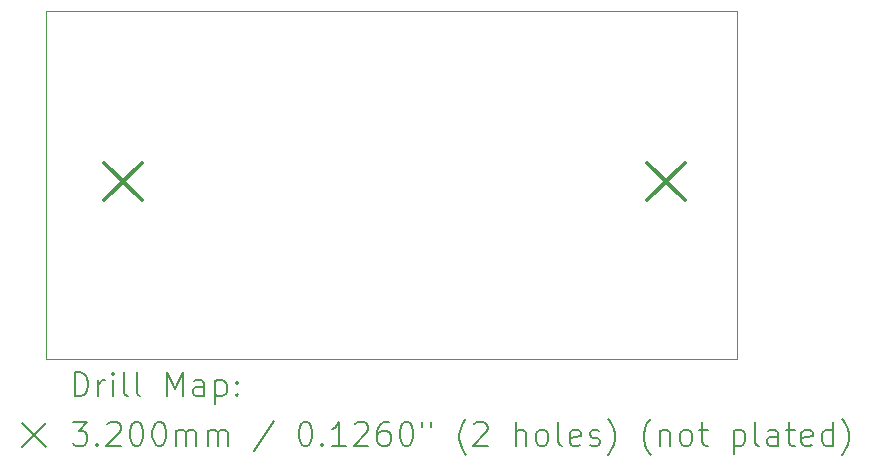
<source format=gbr>
%TF.GenerationSoftware,KiCad,Pcbnew,7.0.2*%
%TF.CreationDate,2023-12-10T20:37:31+01:00*%
%TF.ProjectId,Choinka_EE,43686f69-6e6b-4615-9f45-452e6b696361,rev?*%
%TF.SameCoordinates,Original*%
%TF.FileFunction,Drillmap*%
%TF.FilePolarity,Positive*%
%FSLAX45Y45*%
G04 Gerber Fmt 4.5, Leading zero omitted, Abs format (unit mm)*
G04 Created by KiCad (PCBNEW 7.0.2) date 2023-12-10 20:37:31*
%MOMM*%
%LPD*%
G01*
G04 APERTURE LIST*
%ADD10C,0.100000*%
%ADD11C,0.200000*%
%ADD12C,0.320000*%
G04 APERTURE END LIST*
D10*
X7700000Y-10260000D02*
X13550000Y-10260000D01*
X13550000Y-13200000D01*
X7700000Y-13200000D01*
X7700000Y-10260000D01*
D11*
D12*
X8190000Y-11540000D02*
X8510000Y-11860000D01*
X8510000Y-11540000D02*
X8190000Y-11860000D01*
X12790000Y-11540000D02*
X13110000Y-11860000D01*
X13110000Y-11540000D02*
X12790000Y-11860000D01*
D11*
X7942619Y-13517524D02*
X7942619Y-13317524D01*
X7942619Y-13317524D02*
X7990238Y-13317524D01*
X7990238Y-13317524D02*
X8018809Y-13327048D01*
X8018809Y-13327048D02*
X8037857Y-13346095D01*
X8037857Y-13346095D02*
X8047381Y-13365143D01*
X8047381Y-13365143D02*
X8056905Y-13403238D01*
X8056905Y-13403238D02*
X8056905Y-13431809D01*
X8056905Y-13431809D02*
X8047381Y-13469905D01*
X8047381Y-13469905D02*
X8037857Y-13488952D01*
X8037857Y-13488952D02*
X8018809Y-13508000D01*
X8018809Y-13508000D02*
X7990238Y-13517524D01*
X7990238Y-13517524D02*
X7942619Y-13517524D01*
X8142619Y-13517524D02*
X8142619Y-13384190D01*
X8142619Y-13422286D02*
X8152143Y-13403238D01*
X8152143Y-13403238D02*
X8161667Y-13393714D01*
X8161667Y-13393714D02*
X8180714Y-13384190D01*
X8180714Y-13384190D02*
X8199762Y-13384190D01*
X8266428Y-13517524D02*
X8266428Y-13384190D01*
X8266428Y-13317524D02*
X8256905Y-13327048D01*
X8256905Y-13327048D02*
X8266428Y-13336571D01*
X8266428Y-13336571D02*
X8275952Y-13327048D01*
X8275952Y-13327048D02*
X8266428Y-13317524D01*
X8266428Y-13317524D02*
X8266428Y-13336571D01*
X8390238Y-13517524D02*
X8371190Y-13508000D01*
X8371190Y-13508000D02*
X8361667Y-13488952D01*
X8361667Y-13488952D02*
X8361667Y-13317524D01*
X8495000Y-13517524D02*
X8475952Y-13508000D01*
X8475952Y-13508000D02*
X8466429Y-13488952D01*
X8466429Y-13488952D02*
X8466429Y-13317524D01*
X8723571Y-13517524D02*
X8723571Y-13317524D01*
X8723571Y-13317524D02*
X8790238Y-13460381D01*
X8790238Y-13460381D02*
X8856905Y-13317524D01*
X8856905Y-13317524D02*
X8856905Y-13517524D01*
X9037857Y-13517524D02*
X9037857Y-13412762D01*
X9037857Y-13412762D02*
X9028333Y-13393714D01*
X9028333Y-13393714D02*
X9009286Y-13384190D01*
X9009286Y-13384190D02*
X8971190Y-13384190D01*
X8971190Y-13384190D02*
X8952143Y-13393714D01*
X9037857Y-13508000D02*
X9018810Y-13517524D01*
X9018810Y-13517524D02*
X8971190Y-13517524D01*
X8971190Y-13517524D02*
X8952143Y-13508000D01*
X8952143Y-13508000D02*
X8942619Y-13488952D01*
X8942619Y-13488952D02*
X8942619Y-13469905D01*
X8942619Y-13469905D02*
X8952143Y-13450857D01*
X8952143Y-13450857D02*
X8971190Y-13441333D01*
X8971190Y-13441333D02*
X9018810Y-13441333D01*
X9018810Y-13441333D02*
X9037857Y-13431809D01*
X9133095Y-13384190D02*
X9133095Y-13584190D01*
X9133095Y-13393714D02*
X9152143Y-13384190D01*
X9152143Y-13384190D02*
X9190238Y-13384190D01*
X9190238Y-13384190D02*
X9209286Y-13393714D01*
X9209286Y-13393714D02*
X9218810Y-13403238D01*
X9218810Y-13403238D02*
X9228333Y-13422286D01*
X9228333Y-13422286D02*
X9228333Y-13479428D01*
X9228333Y-13479428D02*
X9218810Y-13498476D01*
X9218810Y-13498476D02*
X9209286Y-13508000D01*
X9209286Y-13508000D02*
X9190238Y-13517524D01*
X9190238Y-13517524D02*
X9152143Y-13517524D01*
X9152143Y-13517524D02*
X9133095Y-13508000D01*
X9314048Y-13498476D02*
X9323571Y-13508000D01*
X9323571Y-13508000D02*
X9314048Y-13517524D01*
X9314048Y-13517524D02*
X9304524Y-13508000D01*
X9304524Y-13508000D02*
X9314048Y-13498476D01*
X9314048Y-13498476D02*
X9314048Y-13517524D01*
X9314048Y-13393714D02*
X9323571Y-13403238D01*
X9323571Y-13403238D02*
X9314048Y-13412762D01*
X9314048Y-13412762D02*
X9304524Y-13403238D01*
X9304524Y-13403238D02*
X9314048Y-13393714D01*
X9314048Y-13393714D02*
X9314048Y-13412762D01*
X7495000Y-13745000D02*
X7695000Y-13945000D01*
X7695000Y-13745000D02*
X7495000Y-13945000D01*
X7923571Y-13737524D02*
X8047381Y-13737524D01*
X8047381Y-13737524D02*
X7980714Y-13813714D01*
X7980714Y-13813714D02*
X8009286Y-13813714D01*
X8009286Y-13813714D02*
X8028333Y-13823238D01*
X8028333Y-13823238D02*
X8037857Y-13832762D01*
X8037857Y-13832762D02*
X8047381Y-13851809D01*
X8047381Y-13851809D02*
X8047381Y-13899428D01*
X8047381Y-13899428D02*
X8037857Y-13918476D01*
X8037857Y-13918476D02*
X8028333Y-13928000D01*
X8028333Y-13928000D02*
X8009286Y-13937524D01*
X8009286Y-13937524D02*
X7952143Y-13937524D01*
X7952143Y-13937524D02*
X7933095Y-13928000D01*
X7933095Y-13928000D02*
X7923571Y-13918476D01*
X8133095Y-13918476D02*
X8142619Y-13928000D01*
X8142619Y-13928000D02*
X8133095Y-13937524D01*
X8133095Y-13937524D02*
X8123571Y-13928000D01*
X8123571Y-13928000D02*
X8133095Y-13918476D01*
X8133095Y-13918476D02*
X8133095Y-13937524D01*
X8218809Y-13756571D02*
X8228333Y-13747048D01*
X8228333Y-13747048D02*
X8247381Y-13737524D01*
X8247381Y-13737524D02*
X8295000Y-13737524D01*
X8295000Y-13737524D02*
X8314048Y-13747048D01*
X8314048Y-13747048D02*
X8323571Y-13756571D01*
X8323571Y-13756571D02*
X8333095Y-13775619D01*
X8333095Y-13775619D02*
X8333095Y-13794667D01*
X8333095Y-13794667D02*
X8323571Y-13823238D01*
X8323571Y-13823238D02*
X8209286Y-13937524D01*
X8209286Y-13937524D02*
X8333095Y-13937524D01*
X8456905Y-13737524D02*
X8475952Y-13737524D01*
X8475952Y-13737524D02*
X8495000Y-13747048D01*
X8495000Y-13747048D02*
X8504524Y-13756571D01*
X8504524Y-13756571D02*
X8514048Y-13775619D01*
X8514048Y-13775619D02*
X8523571Y-13813714D01*
X8523571Y-13813714D02*
X8523571Y-13861333D01*
X8523571Y-13861333D02*
X8514048Y-13899428D01*
X8514048Y-13899428D02*
X8504524Y-13918476D01*
X8504524Y-13918476D02*
X8495000Y-13928000D01*
X8495000Y-13928000D02*
X8475952Y-13937524D01*
X8475952Y-13937524D02*
X8456905Y-13937524D01*
X8456905Y-13937524D02*
X8437857Y-13928000D01*
X8437857Y-13928000D02*
X8428333Y-13918476D01*
X8428333Y-13918476D02*
X8418810Y-13899428D01*
X8418810Y-13899428D02*
X8409286Y-13861333D01*
X8409286Y-13861333D02*
X8409286Y-13813714D01*
X8409286Y-13813714D02*
X8418810Y-13775619D01*
X8418810Y-13775619D02*
X8428333Y-13756571D01*
X8428333Y-13756571D02*
X8437857Y-13747048D01*
X8437857Y-13747048D02*
X8456905Y-13737524D01*
X8647381Y-13737524D02*
X8666429Y-13737524D01*
X8666429Y-13737524D02*
X8685476Y-13747048D01*
X8685476Y-13747048D02*
X8695000Y-13756571D01*
X8695000Y-13756571D02*
X8704524Y-13775619D01*
X8704524Y-13775619D02*
X8714048Y-13813714D01*
X8714048Y-13813714D02*
X8714048Y-13861333D01*
X8714048Y-13861333D02*
X8704524Y-13899428D01*
X8704524Y-13899428D02*
X8695000Y-13918476D01*
X8695000Y-13918476D02*
X8685476Y-13928000D01*
X8685476Y-13928000D02*
X8666429Y-13937524D01*
X8666429Y-13937524D02*
X8647381Y-13937524D01*
X8647381Y-13937524D02*
X8628333Y-13928000D01*
X8628333Y-13928000D02*
X8618810Y-13918476D01*
X8618810Y-13918476D02*
X8609286Y-13899428D01*
X8609286Y-13899428D02*
X8599762Y-13861333D01*
X8599762Y-13861333D02*
X8599762Y-13813714D01*
X8599762Y-13813714D02*
X8609286Y-13775619D01*
X8609286Y-13775619D02*
X8618810Y-13756571D01*
X8618810Y-13756571D02*
X8628333Y-13747048D01*
X8628333Y-13747048D02*
X8647381Y-13737524D01*
X8799762Y-13937524D02*
X8799762Y-13804190D01*
X8799762Y-13823238D02*
X8809286Y-13813714D01*
X8809286Y-13813714D02*
X8828333Y-13804190D01*
X8828333Y-13804190D02*
X8856905Y-13804190D01*
X8856905Y-13804190D02*
X8875952Y-13813714D01*
X8875952Y-13813714D02*
X8885476Y-13832762D01*
X8885476Y-13832762D02*
X8885476Y-13937524D01*
X8885476Y-13832762D02*
X8895000Y-13813714D01*
X8895000Y-13813714D02*
X8914048Y-13804190D01*
X8914048Y-13804190D02*
X8942619Y-13804190D01*
X8942619Y-13804190D02*
X8961667Y-13813714D01*
X8961667Y-13813714D02*
X8971191Y-13832762D01*
X8971191Y-13832762D02*
X8971191Y-13937524D01*
X9066429Y-13937524D02*
X9066429Y-13804190D01*
X9066429Y-13823238D02*
X9075952Y-13813714D01*
X9075952Y-13813714D02*
X9095000Y-13804190D01*
X9095000Y-13804190D02*
X9123572Y-13804190D01*
X9123572Y-13804190D02*
X9142619Y-13813714D01*
X9142619Y-13813714D02*
X9152143Y-13832762D01*
X9152143Y-13832762D02*
X9152143Y-13937524D01*
X9152143Y-13832762D02*
X9161667Y-13813714D01*
X9161667Y-13813714D02*
X9180714Y-13804190D01*
X9180714Y-13804190D02*
X9209286Y-13804190D01*
X9209286Y-13804190D02*
X9228333Y-13813714D01*
X9228333Y-13813714D02*
X9237857Y-13832762D01*
X9237857Y-13832762D02*
X9237857Y-13937524D01*
X9628333Y-13728000D02*
X9456905Y-13985143D01*
X9885476Y-13737524D02*
X9904524Y-13737524D01*
X9904524Y-13737524D02*
X9923572Y-13747048D01*
X9923572Y-13747048D02*
X9933095Y-13756571D01*
X9933095Y-13756571D02*
X9942619Y-13775619D01*
X9942619Y-13775619D02*
X9952143Y-13813714D01*
X9952143Y-13813714D02*
X9952143Y-13861333D01*
X9952143Y-13861333D02*
X9942619Y-13899428D01*
X9942619Y-13899428D02*
X9933095Y-13918476D01*
X9933095Y-13918476D02*
X9923572Y-13928000D01*
X9923572Y-13928000D02*
X9904524Y-13937524D01*
X9904524Y-13937524D02*
X9885476Y-13937524D01*
X9885476Y-13937524D02*
X9866429Y-13928000D01*
X9866429Y-13928000D02*
X9856905Y-13918476D01*
X9856905Y-13918476D02*
X9847381Y-13899428D01*
X9847381Y-13899428D02*
X9837857Y-13861333D01*
X9837857Y-13861333D02*
X9837857Y-13813714D01*
X9837857Y-13813714D02*
X9847381Y-13775619D01*
X9847381Y-13775619D02*
X9856905Y-13756571D01*
X9856905Y-13756571D02*
X9866429Y-13747048D01*
X9866429Y-13747048D02*
X9885476Y-13737524D01*
X10037857Y-13918476D02*
X10047381Y-13928000D01*
X10047381Y-13928000D02*
X10037857Y-13937524D01*
X10037857Y-13937524D02*
X10028334Y-13928000D01*
X10028334Y-13928000D02*
X10037857Y-13918476D01*
X10037857Y-13918476D02*
X10037857Y-13937524D01*
X10237857Y-13937524D02*
X10123572Y-13937524D01*
X10180714Y-13937524D02*
X10180714Y-13737524D01*
X10180714Y-13737524D02*
X10161667Y-13766095D01*
X10161667Y-13766095D02*
X10142619Y-13785143D01*
X10142619Y-13785143D02*
X10123572Y-13794667D01*
X10314048Y-13756571D02*
X10323572Y-13747048D01*
X10323572Y-13747048D02*
X10342619Y-13737524D01*
X10342619Y-13737524D02*
X10390238Y-13737524D01*
X10390238Y-13737524D02*
X10409286Y-13747048D01*
X10409286Y-13747048D02*
X10418810Y-13756571D01*
X10418810Y-13756571D02*
X10428334Y-13775619D01*
X10428334Y-13775619D02*
X10428334Y-13794667D01*
X10428334Y-13794667D02*
X10418810Y-13823238D01*
X10418810Y-13823238D02*
X10304524Y-13937524D01*
X10304524Y-13937524D02*
X10428334Y-13937524D01*
X10599762Y-13737524D02*
X10561667Y-13737524D01*
X10561667Y-13737524D02*
X10542619Y-13747048D01*
X10542619Y-13747048D02*
X10533095Y-13756571D01*
X10533095Y-13756571D02*
X10514048Y-13785143D01*
X10514048Y-13785143D02*
X10504524Y-13823238D01*
X10504524Y-13823238D02*
X10504524Y-13899428D01*
X10504524Y-13899428D02*
X10514048Y-13918476D01*
X10514048Y-13918476D02*
X10523572Y-13928000D01*
X10523572Y-13928000D02*
X10542619Y-13937524D01*
X10542619Y-13937524D02*
X10580715Y-13937524D01*
X10580715Y-13937524D02*
X10599762Y-13928000D01*
X10599762Y-13928000D02*
X10609286Y-13918476D01*
X10609286Y-13918476D02*
X10618810Y-13899428D01*
X10618810Y-13899428D02*
X10618810Y-13851809D01*
X10618810Y-13851809D02*
X10609286Y-13832762D01*
X10609286Y-13832762D02*
X10599762Y-13823238D01*
X10599762Y-13823238D02*
X10580715Y-13813714D01*
X10580715Y-13813714D02*
X10542619Y-13813714D01*
X10542619Y-13813714D02*
X10523572Y-13823238D01*
X10523572Y-13823238D02*
X10514048Y-13832762D01*
X10514048Y-13832762D02*
X10504524Y-13851809D01*
X10742619Y-13737524D02*
X10761667Y-13737524D01*
X10761667Y-13737524D02*
X10780715Y-13747048D01*
X10780715Y-13747048D02*
X10790238Y-13756571D01*
X10790238Y-13756571D02*
X10799762Y-13775619D01*
X10799762Y-13775619D02*
X10809286Y-13813714D01*
X10809286Y-13813714D02*
X10809286Y-13861333D01*
X10809286Y-13861333D02*
X10799762Y-13899428D01*
X10799762Y-13899428D02*
X10790238Y-13918476D01*
X10790238Y-13918476D02*
X10780715Y-13928000D01*
X10780715Y-13928000D02*
X10761667Y-13937524D01*
X10761667Y-13937524D02*
X10742619Y-13937524D01*
X10742619Y-13937524D02*
X10723572Y-13928000D01*
X10723572Y-13928000D02*
X10714048Y-13918476D01*
X10714048Y-13918476D02*
X10704524Y-13899428D01*
X10704524Y-13899428D02*
X10695000Y-13861333D01*
X10695000Y-13861333D02*
X10695000Y-13813714D01*
X10695000Y-13813714D02*
X10704524Y-13775619D01*
X10704524Y-13775619D02*
X10714048Y-13756571D01*
X10714048Y-13756571D02*
X10723572Y-13747048D01*
X10723572Y-13747048D02*
X10742619Y-13737524D01*
X10885476Y-13737524D02*
X10885476Y-13775619D01*
X10961667Y-13737524D02*
X10961667Y-13775619D01*
X11256905Y-14013714D02*
X11247381Y-14004190D01*
X11247381Y-14004190D02*
X11228334Y-13975619D01*
X11228334Y-13975619D02*
X11218810Y-13956571D01*
X11218810Y-13956571D02*
X11209286Y-13928000D01*
X11209286Y-13928000D02*
X11199762Y-13880381D01*
X11199762Y-13880381D02*
X11199762Y-13842286D01*
X11199762Y-13842286D02*
X11209286Y-13794667D01*
X11209286Y-13794667D02*
X11218810Y-13766095D01*
X11218810Y-13766095D02*
X11228334Y-13747048D01*
X11228334Y-13747048D02*
X11247381Y-13718476D01*
X11247381Y-13718476D02*
X11256905Y-13708952D01*
X11323572Y-13756571D02*
X11333095Y-13747048D01*
X11333095Y-13747048D02*
X11352143Y-13737524D01*
X11352143Y-13737524D02*
X11399762Y-13737524D01*
X11399762Y-13737524D02*
X11418810Y-13747048D01*
X11418810Y-13747048D02*
X11428334Y-13756571D01*
X11428334Y-13756571D02*
X11437857Y-13775619D01*
X11437857Y-13775619D02*
X11437857Y-13794667D01*
X11437857Y-13794667D02*
X11428334Y-13823238D01*
X11428334Y-13823238D02*
X11314048Y-13937524D01*
X11314048Y-13937524D02*
X11437857Y-13937524D01*
X11675953Y-13937524D02*
X11675953Y-13737524D01*
X11761667Y-13937524D02*
X11761667Y-13832762D01*
X11761667Y-13832762D02*
X11752143Y-13813714D01*
X11752143Y-13813714D02*
X11733096Y-13804190D01*
X11733096Y-13804190D02*
X11704524Y-13804190D01*
X11704524Y-13804190D02*
X11685476Y-13813714D01*
X11685476Y-13813714D02*
X11675953Y-13823238D01*
X11885476Y-13937524D02*
X11866429Y-13928000D01*
X11866429Y-13928000D02*
X11856905Y-13918476D01*
X11856905Y-13918476D02*
X11847381Y-13899428D01*
X11847381Y-13899428D02*
X11847381Y-13842286D01*
X11847381Y-13842286D02*
X11856905Y-13823238D01*
X11856905Y-13823238D02*
X11866429Y-13813714D01*
X11866429Y-13813714D02*
X11885476Y-13804190D01*
X11885476Y-13804190D02*
X11914048Y-13804190D01*
X11914048Y-13804190D02*
X11933096Y-13813714D01*
X11933096Y-13813714D02*
X11942619Y-13823238D01*
X11942619Y-13823238D02*
X11952143Y-13842286D01*
X11952143Y-13842286D02*
X11952143Y-13899428D01*
X11952143Y-13899428D02*
X11942619Y-13918476D01*
X11942619Y-13918476D02*
X11933096Y-13928000D01*
X11933096Y-13928000D02*
X11914048Y-13937524D01*
X11914048Y-13937524D02*
X11885476Y-13937524D01*
X12066429Y-13937524D02*
X12047381Y-13928000D01*
X12047381Y-13928000D02*
X12037857Y-13908952D01*
X12037857Y-13908952D02*
X12037857Y-13737524D01*
X12218810Y-13928000D02*
X12199762Y-13937524D01*
X12199762Y-13937524D02*
X12161667Y-13937524D01*
X12161667Y-13937524D02*
X12142619Y-13928000D01*
X12142619Y-13928000D02*
X12133096Y-13908952D01*
X12133096Y-13908952D02*
X12133096Y-13832762D01*
X12133096Y-13832762D02*
X12142619Y-13813714D01*
X12142619Y-13813714D02*
X12161667Y-13804190D01*
X12161667Y-13804190D02*
X12199762Y-13804190D01*
X12199762Y-13804190D02*
X12218810Y-13813714D01*
X12218810Y-13813714D02*
X12228334Y-13832762D01*
X12228334Y-13832762D02*
X12228334Y-13851809D01*
X12228334Y-13851809D02*
X12133096Y-13870857D01*
X12304524Y-13928000D02*
X12323572Y-13937524D01*
X12323572Y-13937524D02*
X12361667Y-13937524D01*
X12361667Y-13937524D02*
X12380715Y-13928000D01*
X12380715Y-13928000D02*
X12390238Y-13908952D01*
X12390238Y-13908952D02*
X12390238Y-13899428D01*
X12390238Y-13899428D02*
X12380715Y-13880381D01*
X12380715Y-13880381D02*
X12361667Y-13870857D01*
X12361667Y-13870857D02*
X12333096Y-13870857D01*
X12333096Y-13870857D02*
X12314048Y-13861333D01*
X12314048Y-13861333D02*
X12304524Y-13842286D01*
X12304524Y-13842286D02*
X12304524Y-13832762D01*
X12304524Y-13832762D02*
X12314048Y-13813714D01*
X12314048Y-13813714D02*
X12333096Y-13804190D01*
X12333096Y-13804190D02*
X12361667Y-13804190D01*
X12361667Y-13804190D02*
X12380715Y-13813714D01*
X12456905Y-14013714D02*
X12466429Y-14004190D01*
X12466429Y-14004190D02*
X12485477Y-13975619D01*
X12485477Y-13975619D02*
X12495000Y-13956571D01*
X12495000Y-13956571D02*
X12504524Y-13928000D01*
X12504524Y-13928000D02*
X12514048Y-13880381D01*
X12514048Y-13880381D02*
X12514048Y-13842286D01*
X12514048Y-13842286D02*
X12504524Y-13794667D01*
X12504524Y-13794667D02*
X12495000Y-13766095D01*
X12495000Y-13766095D02*
X12485477Y-13747048D01*
X12485477Y-13747048D02*
X12466429Y-13718476D01*
X12466429Y-13718476D02*
X12456905Y-13708952D01*
X12818810Y-14013714D02*
X12809286Y-14004190D01*
X12809286Y-14004190D02*
X12790238Y-13975619D01*
X12790238Y-13975619D02*
X12780715Y-13956571D01*
X12780715Y-13956571D02*
X12771191Y-13928000D01*
X12771191Y-13928000D02*
X12761667Y-13880381D01*
X12761667Y-13880381D02*
X12761667Y-13842286D01*
X12761667Y-13842286D02*
X12771191Y-13794667D01*
X12771191Y-13794667D02*
X12780715Y-13766095D01*
X12780715Y-13766095D02*
X12790238Y-13747048D01*
X12790238Y-13747048D02*
X12809286Y-13718476D01*
X12809286Y-13718476D02*
X12818810Y-13708952D01*
X12895000Y-13804190D02*
X12895000Y-13937524D01*
X12895000Y-13823238D02*
X12904524Y-13813714D01*
X12904524Y-13813714D02*
X12923572Y-13804190D01*
X12923572Y-13804190D02*
X12952143Y-13804190D01*
X12952143Y-13804190D02*
X12971191Y-13813714D01*
X12971191Y-13813714D02*
X12980715Y-13832762D01*
X12980715Y-13832762D02*
X12980715Y-13937524D01*
X13104524Y-13937524D02*
X13085477Y-13928000D01*
X13085477Y-13928000D02*
X13075953Y-13918476D01*
X13075953Y-13918476D02*
X13066429Y-13899428D01*
X13066429Y-13899428D02*
X13066429Y-13842286D01*
X13066429Y-13842286D02*
X13075953Y-13823238D01*
X13075953Y-13823238D02*
X13085477Y-13813714D01*
X13085477Y-13813714D02*
X13104524Y-13804190D01*
X13104524Y-13804190D02*
X13133096Y-13804190D01*
X13133096Y-13804190D02*
X13152143Y-13813714D01*
X13152143Y-13813714D02*
X13161667Y-13823238D01*
X13161667Y-13823238D02*
X13171191Y-13842286D01*
X13171191Y-13842286D02*
X13171191Y-13899428D01*
X13171191Y-13899428D02*
X13161667Y-13918476D01*
X13161667Y-13918476D02*
X13152143Y-13928000D01*
X13152143Y-13928000D02*
X13133096Y-13937524D01*
X13133096Y-13937524D02*
X13104524Y-13937524D01*
X13228334Y-13804190D02*
X13304524Y-13804190D01*
X13256905Y-13737524D02*
X13256905Y-13908952D01*
X13256905Y-13908952D02*
X13266429Y-13928000D01*
X13266429Y-13928000D02*
X13285477Y-13937524D01*
X13285477Y-13937524D02*
X13304524Y-13937524D01*
X13523572Y-13804190D02*
X13523572Y-14004190D01*
X13523572Y-13813714D02*
X13542619Y-13804190D01*
X13542619Y-13804190D02*
X13580715Y-13804190D01*
X13580715Y-13804190D02*
X13599762Y-13813714D01*
X13599762Y-13813714D02*
X13609286Y-13823238D01*
X13609286Y-13823238D02*
X13618810Y-13842286D01*
X13618810Y-13842286D02*
X13618810Y-13899428D01*
X13618810Y-13899428D02*
X13609286Y-13918476D01*
X13609286Y-13918476D02*
X13599762Y-13928000D01*
X13599762Y-13928000D02*
X13580715Y-13937524D01*
X13580715Y-13937524D02*
X13542619Y-13937524D01*
X13542619Y-13937524D02*
X13523572Y-13928000D01*
X13733096Y-13937524D02*
X13714048Y-13928000D01*
X13714048Y-13928000D02*
X13704524Y-13908952D01*
X13704524Y-13908952D02*
X13704524Y-13737524D01*
X13895000Y-13937524D02*
X13895000Y-13832762D01*
X13895000Y-13832762D02*
X13885477Y-13813714D01*
X13885477Y-13813714D02*
X13866429Y-13804190D01*
X13866429Y-13804190D02*
X13828334Y-13804190D01*
X13828334Y-13804190D02*
X13809286Y-13813714D01*
X13895000Y-13928000D02*
X13875953Y-13937524D01*
X13875953Y-13937524D02*
X13828334Y-13937524D01*
X13828334Y-13937524D02*
X13809286Y-13928000D01*
X13809286Y-13928000D02*
X13799762Y-13908952D01*
X13799762Y-13908952D02*
X13799762Y-13889905D01*
X13799762Y-13889905D02*
X13809286Y-13870857D01*
X13809286Y-13870857D02*
X13828334Y-13861333D01*
X13828334Y-13861333D02*
X13875953Y-13861333D01*
X13875953Y-13861333D02*
X13895000Y-13851809D01*
X13961667Y-13804190D02*
X14037858Y-13804190D01*
X13990239Y-13737524D02*
X13990239Y-13908952D01*
X13990239Y-13908952D02*
X13999762Y-13928000D01*
X13999762Y-13928000D02*
X14018810Y-13937524D01*
X14018810Y-13937524D02*
X14037858Y-13937524D01*
X14180715Y-13928000D02*
X14161667Y-13937524D01*
X14161667Y-13937524D02*
X14123572Y-13937524D01*
X14123572Y-13937524D02*
X14104524Y-13928000D01*
X14104524Y-13928000D02*
X14095000Y-13908952D01*
X14095000Y-13908952D02*
X14095000Y-13832762D01*
X14095000Y-13832762D02*
X14104524Y-13813714D01*
X14104524Y-13813714D02*
X14123572Y-13804190D01*
X14123572Y-13804190D02*
X14161667Y-13804190D01*
X14161667Y-13804190D02*
X14180715Y-13813714D01*
X14180715Y-13813714D02*
X14190239Y-13832762D01*
X14190239Y-13832762D02*
X14190239Y-13851809D01*
X14190239Y-13851809D02*
X14095000Y-13870857D01*
X14361667Y-13937524D02*
X14361667Y-13737524D01*
X14361667Y-13928000D02*
X14342620Y-13937524D01*
X14342620Y-13937524D02*
X14304524Y-13937524D01*
X14304524Y-13937524D02*
X14285477Y-13928000D01*
X14285477Y-13928000D02*
X14275953Y-13918476D01*
X14275953Y-13918476D02*
X14266429Y-13899428D01*
X14266429Y-13899428D02*
X14266429Y-13842286D01*
X14266429Y-13842286D02*
X14275953Y-13823238D01*
X14275953Y-13823238D02*
X14285477Y-13813714D01*
X14285477Y-13813714D02*
X14304524Y-13804190D01*
X14304524Y-13804190D02*
X14342620Y-13804190D01*
X14342620Y-13804190D02*
X14361667Y-13813714D01*
X14437858Y-14013714D02*
X14447381Y-14004190D01*
X14447381Y-14004190D02*
X14466429Y-13975619D01*
X14466429Y-13975619D02*
X14475953Y-13956571D01*
X14475953Y-13956571D02*
X14485477Y-13928000D01*
X14485477Y-13928000D02*
X14495000Y-13880381D01*
X14495000Y-13880381D02*
X14495000Y-13842286D01*
X14495000Y-13842286D02*
X14485477Y-13794667D01*
X14485477Y-13794667D02*
X14475953Y-13766095D01*
X14475953Y-13766095D02*
X14466429Y-13747048D01*
X14466429Y-13747048D02*
X14447381Y-13718476D01*
X14447381Y-13718476D02*
X14437858Y-13708952D01*
M02*

</source>
